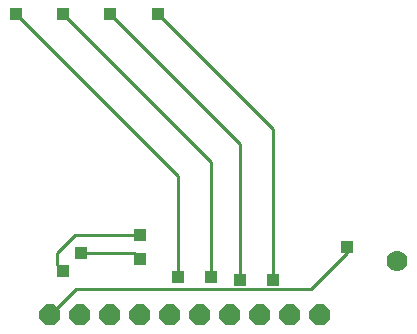
<source format=gbl>
G75*
%MOIN*%
%OFA0B0*%
%FSLAX25Y25*%
%IPPOS*%
%LPD*%
%AMOC8*
5,1,8,0,0,1.08239X$1,22.5*
%
%ADD10C,0.07000*%
%ADD11OC8,0.07000*%
%ADD12R,0.03962X0.03962*%
%ADD13C,0.01000*%
D10*
X0161472Y0030016D03*
D11*
X0045882Y0011984D03*
X0055882Y0011984D03*
X0065882Y0011984D03*
X0075882Y0011984D03*
X0085882Y0011984D03*
X0095882Y0011984D03*
X0105882Y0011984D03*
X0115882Y0011984D03*
X0125882Y0011984D03*
X0135882Y0011984D03*
D12*
X0120094Y0023638D03*
X0109268Y0023638D03*
X0099425Y0024622D03*
X0088598Y0024622D03*
X0075803Y0030528D03*
X0075803Y0038402D03*
X0056118Y0032496D03*
X0050213Y0026591D03*
X0144701Y0034465D03*
X0081709Y0112220D03*
X0065961Y0112220D03*
X0050213Y0112220D03*
X0034465Y0112220D03*
D13*
X0088598Y0058087D01*
X0088598Y0024622D01*
X0099425Y0024622D02*
X0099425Y0063008D01*
X0050213Y0112220D01*
X0065961Y0112220D02*
X0109268Y0068913D01*
X0109268Y0023638D01*
X0120094Y0023638D02*
X0120094Y0073835D01*
X0081709Y0112220D01*
X0075803Y0038402D02*
X0054150Y0038402D01*
X0048244Y0032496D01*
X0048244Y0028559D01*
X0050213Y0026591D01*
X0056118Y0032496D02*
X0073835Y0032496D01*
X0075803Y0030528D01*
X0054583Y0020685D02*
X0045882Y0011984D01*
X0054583Y0020685D02*
X0132890Y0020685D01*
X0144701Y0032496D01*
X0144701Y0034465D01*
M02*

</source>
